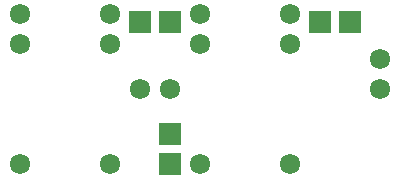
<source format=gts>
G04 #@! TF.GenerationSoftware,KiCad,Pcbnew,(5.1.6)-1*
G04 #@! TF.CreationDate,2020-06-01T08:00:51+09:00*
G04 #@! TF.ProjectId,EXOR,45584f52-2e6b-4696-9361-645f70636258,rev?*
G04 #@! TF.SameCoordinates,Original*
G04 #@! TF.FileFunction,Soldermask,Top*
G04 #@! TF.FilePolarity,Negative*
%FSLAX46Y46*%
G04 Gerber Fmt 4.6, Leading zero omitted, Abs format (unit mm)*
G04 Created by KiCad (PCBNEW (5.1.6)-1) date 2020-06-01 08:00:51*
%MOMM*%
%LPD*%
G01*
G04 APERTURE LIST*
%ADD10C,1.724000*%
%ADD11R,1.900000X1.900000*%
G04 APERTURE END LIST*
D10*
X45720000Y-19685000D03*
X45720000Y-22225000D03*
X27940000Y-22225000D03*
X25400000Y-22225000D03*
D11*
X27940000Y-26035000D03*
X27940000Y-28575000D03*
X43180000Y-16475000D03*
X40640000Y-16475000D03*
X27940000Y-16475000D03*
X25400000Y-16475000D03*
D10*
X38100000Y-28575000D03*
X30480000Y-28575000D03*
X30480000Y-18415000D03*
X38100000Y-18415000D03*
X38100000Y-15875000D03*
X30480000Y-15875000D03*
X15240000Y-15875000D03*
X22860000Y-15875000D03*
X22860000Y-18415000D03*
X15240000Y-18415000D03*
X15240000Y-28575000D03*
X22860000Y-28575000D03*
M02*

</source>
